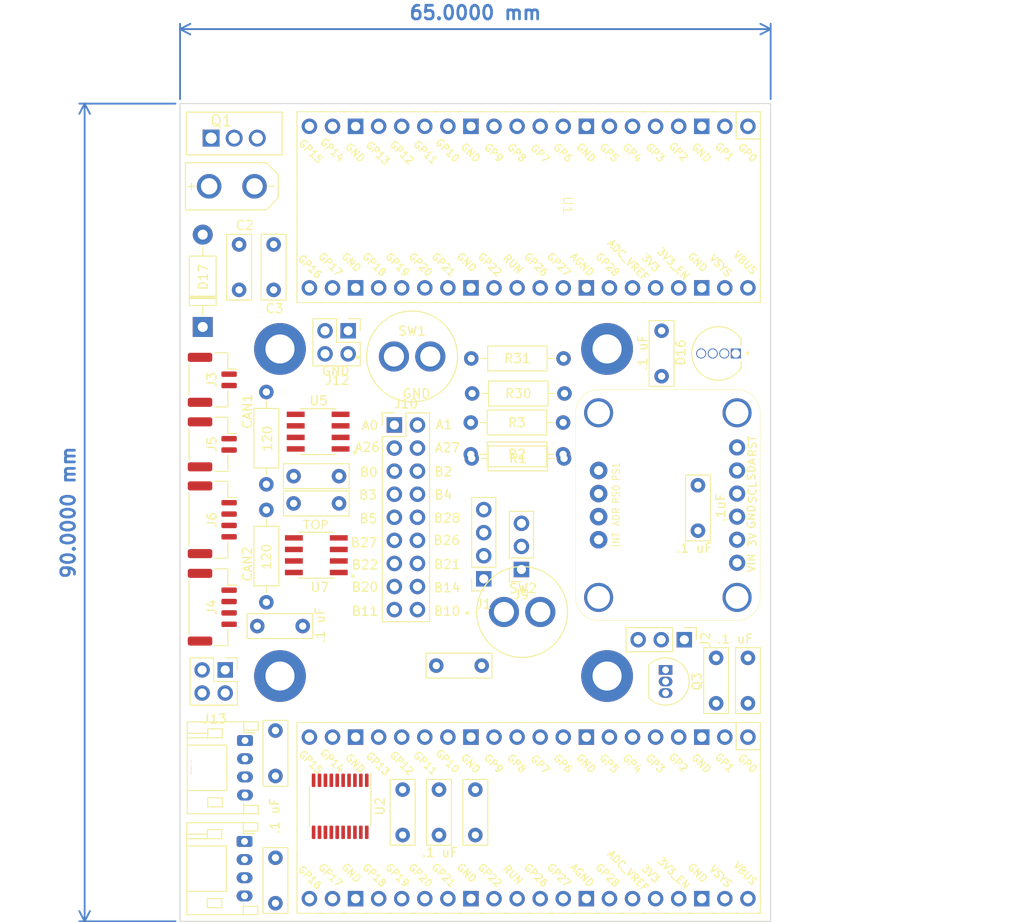
<source format=kicad_pcb>
(kicad_pcb (version 20221018) (generator pcbnew)
  (layers (0 "F.Cu" signal) (1 "In1.Cu" signal) (2 "In2.Cu" signal) (31 "B.Cu" signal) (34 "B.Paste" user) (35 "F.Paste" user) (36 "B.SilkS" user "B.Silkscreen") (37 "F.SilkS" user "F.Silkscreen") (38 "B.Mask" user) (39 "F.Mask" user) (44 "Edge.Cuts" user))
  (net 0 "")
  (net 1 "/GND")
  (net 2 "/5V")
  (net 3 "/3V3")
  (net 4 "Net-(Q1-IN)")
  (net 5 "Net-(J2-Pin_3)")
  (net 6 "Net-(J3-Pin_1)")
  (net 7 "Net-(J3-Pin_2)")
  (net 8 "Net-(J4-Pin_1)")
  (net 9 "Net-(J4-Pin_2)")
  (net 10 "Net-(Q3-B)")
  (net 11 "/CAN1_RX")
  (net 12 "/CAN1_TX")
  (net 13 "/CAN2_RX")
  (net 14 "/CAN2_TX")
  (net 15 "/A26")
  (net 16 "/A27")
  (net 19 "Net-(D17-A)")
  (net 20 "/B14")
  (net 21 "/B26")
  (net 22 "/B27")
  (net 23 "/B28")
  (net 29 "Net-(D16-Pad4)")
  (net 30 "Net-(D16-Pad3)")
  (net 31 "Net-(D16-Pad1)")
  (net 55 "Net-(J1-Pin_3)")
  (net 56 "Net-(J1-Pin_4)")
  (net 57 "Net-(J1-Pin_2)")
  (net 59 "/A0")
  (net 60 "/LEDG")
  (net 61 "/LEDB")
  (net 62 "/LEDR")
  (net 63 "/INT")
  (net 64 "/ADR")
  (net 65 "/PS0")
  (net 66 "/PS1")
  (net 67 "/JETSON_rx")
  (net 68 "/JETSON_tx")
  (net 69 "/IMU_SDA")
  (net 70 "/IMU_SCL")
  (net 71 "/SERVO")
  (net 72 "/IMU_RST")
  (net 73 "Net-(U1-RUN)")
  (net 74 "Net-(U6-RUN)")
  (net 75 "/QUADA1")
  (net 76 "/QUADB1")
  (net 77 "/QUADA2")
  (net 78 "/QUADB2")
  (net 79 "/A1")
  (net 80 "/B0")
  (net 81 "/B2")
  (net 82 "/B3")
  (net 83 "/B4")
  (net 84 "/B5")
  (net 85 "/B22")
  (net 86 "/B21")
  (net 87 "/B20")
  (net 88 "/B11")
  (net 89 "/B10")
  (net 90 "/DR16_TX")
  (net 91 "/P2P_1")
  (net 92 "/P2P_2")
  (footprint "Connector_JST:JST_PH_S4B-PH-K_1x04_P2.00mm_Horizontal" (layer "F.Cu") (at 155.1 136.2 -90)
    (fp_text reference "J7" hide)
    (fp_text value "Conn_01x04")
    (pad "1" thru_hole roundrect (at 0 0 270) (size 1.2 1.75) (drill 0.75) (layers "*.Cu" "*.Mask") (roundrect_rratio 0.2083333333) (net 76 "/QUADB1"))
    (pad "2" thru_hole oval (at 2 0 270) (size 1.2 1.75) (drill 0.75) (layers "*.Cu" "*.Mask") (net 75 "/QUADA1"))
    (pad "3" thru_hole oval (at 4 0 270) (size 1.2 1.75) (drill 0.75) (layers "*.Cu" "*.Mask") (net 3 "/3V3"))
    (pad "4" thru_hole oval (at 6 0 270) (size 1.2 1.75) (drill 0.75) (layers "*.Cu" "*.Mask") (net 1 "/GND"))
  )
  (footprint "Connector_PinSocket_2.54mm:PinSocket_2x02_P2.54mm_Vertical" (layer "F.Cu") (at 152.97 117.33)
    (fp_text reference "J13" (at -1.15 5.4) (layer "F.SilkS"))
    (fp_text value "Conn_02x02_Counter_Clockwise")
    (pad "1" thru_hole rect (at 0 0) (size 1.7 1.7) (drill 1) (layers "*.Cu" "*.Mask") (net 2 "/5V"))
    (pad "2" thru_hole oval (at -2.54 0) (size 1.7 1.7) (drill 1) (layers "*.Cu" "*.Mask") (net 2 "/5V"))
    (pad "3" thru_hole oval (at 0 2.54) (size 1.7 1.7) (drill 1) (layers "*.Cu" "*.Mask") (net 2 "/5V"))
    (pad "4" thru_hole oval (at -2.54 2.54) (size 1.7 1.7) (drill 1) (layers "*.Cu" "*.Mask") (net 2 "/5V"))
  )
  (footprint "Capacitor_THT:C_Disc_D7.0mm_W2.5mm_P5.00mm" (layer "F.Cu") (at 160.5 99)
    (fp_text reference "CAN2" hide)
    (fp_text value ".1uF")
    (pad "1" thru_hole circle (at 0 0) (size 1.6 1.6) (drill 0.8) (layers "*.Cu" "*.Mask") (net 3 "/3V3"))
    (pad "2" thru_hole circle (at 5 0) (size 1.6 1.6) (drill 0.8) (layers "*.Cu" "*.Mask") (net 1 "/GND"))
  )
  (footprint "Capacitor_THT:C_Disc_D7.0mm_W2.5mm_P5.00mm" (layer "F.Cu") (at 176.5 135.5 90)
    (fp_text reference "JETSON1V8" hide)
    (fp_text value ".1uF")
    (pad "1" thru_hole circle (at 0 0 90) (size 1.6 1.6) (drill 0.8) (layers "*.Cu" "*.Mask") (net 1 "/GND"))
    (pad "2" thru_hole circle (at 5 0 90) (size 1.6 1.6) (drill 0.8) (layers "*.Cu" "*.Mask") (net 56 "Net-(J1-Pin_4)"))
  )
  (footprint "BNO055:BNO055" (layer "F.Cu") (at 211.8475 111.8875 90)
    (fp_text reference "IMU" hide)
    (fp_text value "BNO055" hide)
    (fp_text user "ADR" (at 11.387501 -15.8475 90 unlocked) (layer "F.SilkS") (effects (font (size 0.8 0.715264) (thickness 0.097536))))
    (fp_text user "GND" (at 11.417 -0.958 90 unlocked) (layer "F.SilkS") (effects (font (size 0.87376 0.87376) (thickness 0.14224))))
    (fp_text user "VIN" (at 6.337 -0.958 90 unlocked) (layer "F.SilkS") (effects (font (size 0.87376 0.87376) (thickness 0.14224))))
    (fp_text user "SCL" (at 14.084 -0.8475 90 unlocked) (layer "F.SilkS") (effects (font (size 0.87376 0.87376) (thickness 0.14224))))
    (fp_text user "PS0" (at 13.887501 -15.8475 90 unlocked) (layer "F.SilkS") (effects (font (size 0.8 0.715264) (thickness 0.097536))))
    (fp_text user "SDA" (at 16.624 -0.958 90 unlocked) (layer "F.SilkS") (effects (font (size 0.87376 0.87376) (thickness 0.14224))))
    (fp_text user "3V" (at 8.877 -0.8475 90 unlocked) (layer "F.SilkS") (effects (font (size 0.87376 0.87376) (thickness 0.14224))))
    (fp_text user "RST" (at 19.164 -0.8475 90 unlocked) (layer "F.SilkS") (effects (font (size 0.87376 0.87376) (thickness 0.14224))))
    (fp_text user "PS1" (at 16.387501 -15.8475 90 unlocked) (layer "F.SilkS") (effects (font (size 0.8 0.715264) (thickness 0.097536))))
    (fp_text user "INT" (at 8.887501 -15.8475 90 unlocked) (layer "F.SilkS") (effects (font (size 0.8 0.715264) (thickness 0.097536))))
    (pad "1" thru_hole circle (at 6.350001 -2.54 180) (size 1.778 1.778) (drill 1) (layers "*.Cu" "*.Mask") (net 3 "/3V3"))
    (pad "1" thru_hole circle (at 8.890001 -17.779999 180) (size 1.9304 1.9304) (drill 1) (layers "*.Cu" "*.Mask") (net 63 "/INT"))
    (pad "2" thru_hole circle (at 8.890001 -2.539999 180) (size 1.778 1.778) (drill 1) (layers "*.Cu" "*.Mask"))
    (pad "2" thru_hole circle (at 11.430001 -17.779999 180) (size 1.9304 1.9304) (drill 1) (layers "*.Cu" "*.Mask") (net 64 "/ADR"))
    (pad "3" thru_hole circle (at 11.430001 -2.539999 180) (size 1.778 1.778) (drill 1) (layers "*.Cu" "*.Mask") (net 1 "/GND"))
    (pad "3" thru_hole circle (at 13.970001 -17.779999 180) (size 1.9304 1.9304) (drill 1) (layers "*.Cu" "*.Mask") (net 65 "/PS0"))
    (pad "4" thru_hole circle (at 13.970001 -2.539999 180) (size 1.778 1.778) (drill 1) (layers "*.Cu" "*.Mask") (net 70 "/IMU_SCL"))
    (pad "4" thru_hole circle (at 16.510001 -17.779999 180) (size 1.9304 1.9304) (drill 1) (layers "*.Cu" "*.Mask") (net 66 "/PS1"))
    (pad "5" thru_hole circle (at 16.510001 -2.539999 180) (size 1.778 1.778) (drill 1) (layers "*.Cu" "*.Mask") (net 69 "/IMU_SDA"))
    (pad "6" thru_hole circle (at 19.050001 -2.539999 180) (size 1.778 1.778) (drill 1) (layers "*.Cu" "*.Mask") (net 72 "/IMU_RST"))
    (pad "P$1" thru_hole circle (at 2.540001 -17.779999 90) (size 3.2 3.2) (drill 2.5) (layers "*.Cu" "*.Mask"))
    (pad "P$1" thru_hole circle (at 2.540001 -2.539999 90) (size 3.2 3.2) (drill 2.5) (layers "*.Cu" "*.Mask"))
    (pad "P$1" thru_hole circle (at 22.860001 -17.779999 90) (size 3.2 3.2) (drill 2.5) (layers "*.Cu" "*.Mask"))
    (pad "P$1" thru_hole circle (at 22.860001 -2.539999 90) (size 3.2 3.2) (drill 2.5) (layers "*.Cu" "*.Mask"))
  )
  (footprint "LM2940CT-5.0:TO254P1054X470X1955-3" (layer "F.Cu") (at 153.96 58.8)
    (fp_text reference "Q1" (at -1.41 -1.9) (layer "F.SilkS") (effects (font (size 1.2 1.2))))
    (fp_text value "LM2940CT-5.0_NOPB")
    (pad "1" thru_hole rect (at -2.54 0) (size 1.86 1.86) (drill 1.24) (layers "*.Cu" "*.Mask") (net 4 "Net-(Q1-IN)"))
    (pad "2" thru_hole circle (at 0 0) (size 1.86 1.86) (drill 1.24) (layers "*.Cu" "*.Mask") (net 1 "/GND"))
    (pad "3" thru_hole circle (at 2.54 0) (size 1.86 1.86) (drill 1.24) (layers "*.Cu" "*.Mask") (net 19 "Net-(D17-A)"))
  )
  (footprint "Diode_THT:D_DO-41_SOD81_P10.16mm_Horizontal" (layer "F.Cu") (at 150.5 79.58 90)
    (fp_text reference "D17" (at 5.5 0.05 90) (layer "F.SilkS"))
    (fp_text value "1N5817" hide)
    (pad "1" thru_hole rect (at 0 0 90) (size 2.2 2.2) (drill 1.1) (layers "*.Cu" "*.Mask") (net 2 "/5V"))
    (pad "2" thru_hole oval (at 10.16 0 90) (size 2.2 2.2) (drill 1.1) (layers "*.Cu" "*.Mask") (net 19 "Net-(D17-A)"))
  )
  (footprint "XT30UPB-M:XT30UPB-M" (layer "F.Cu") (at 153.7 64.1)
    (fp_text reference "U4" hide)
    (fp_text value "XT30UPB-M")
    (pad "P$1" thru_hole circle (at -2.5 0) (size 2.7 2.7) (drill 1.8) (layers "*.Cu" "*.Mask") (net 4 "Net-(Q1-IN)"))
    (pad "P$2" thru_hole circle (at 2.5 0) (size 2.7 2.7) (drill 1.8) (layers "*.Cu" "*.Mask") (net 1 "/GND"))
  )
  (footprint "PS1024ALRED:SW_PS1024ALRED" (layer "F.Cu") (at 185.65 110.95)
    (fp_text reference "SW2" (at 0.1 -2.6) (layer "F.SilkS"))
    (fp_text value "SW_Push")
    (pad "1" thru_hole circle (at -2 0) (size 3.32 3.32) (drill 2.21) (layers "*.Cu" "*.Mask") (net 74 "Net-(U6-RUN)"))
    (pad "2" thru_hole circle (at 2 0) (size 3.32 3.32) (drill 2.21) (layers "*.Cu" "*.Mask") (net 1 "/GND"))
  )
  (footprint "SN65HVD230DR:SOIC127P599X175-8N" (layer "F.Cu") (at 163 104.7 180)
    (fp_text reference "U7" (at -0.385 -3.537) (layer "F.SilkS"))
    (fp_text value "SN65HVD230DR")
    (pad "1" smd roundrect (at -2.47 -1.905 180) (size 1.97 0.6) (layers "F.Cu" "F.Paste" "F.Mask") (roundrect_rratio 0.07) (net 14 "/CAN2_TX"))
    (pad "2" smd roundrect (at -2.47 -0.635 180) (size 1.97 0.6) (layers "F.Cu" "F.Paste" "F.Mask") (roundrect_rratio 0.07) (net 1 "/GND"))
    (pad "3" smd roundrect (at -2.47 0.635 180) (size 1.97 0.6) (layers "F.Cu" "F.Paste" "F.Mask") (roundrect_rratio 0.07) (net 3 "/3V3"))
    (pad "4" smd roundrect (at -2.47 1.905 180) (size 1.97 0.6) (layers "F.Cu" "F.Paste" "F.Mask") (roundrect_rratio 0.07) (net 13 "/CAN2_RX"))
    (pad "5" smd roundrect (at 2.47 1.905 180) (size 1.97 0.6) (layers "F.Cu" "F.Paste" "F.Mask") (roundrect_rratio 0.07))
    (pad "6" smd roundrect (at 2.47 0.635 180) (size 1.97 0.6) (layers "F.Cu" "F.Paste" "F.Mask") (roundrect_rratio 0.07) (net 8 "Net-(J4-Pin_1)"))
    (pad "7" smd roundrect (at 2.47 -0.635 180) (size 1.97 0.6) (layers "F.Cu" "F.Paste" "F.Mask") (roundrect_rratio 0.07) (net 9 "Net-(J4-Pin_2)"))
    (pad "8" smd roundrect (at 2.47 -1.905 180) (size 1.97 0.6) (layers "F.Cu" "F.Paste" "F.Mask") (roundrect_rratio 0.07) (net 1 "/GND"))
  )
  (footprint "Capacitor_THT:C_Disc_D7.0mm_W2.5mm_P5.00mm" (layer "F.Cu") (at 160.5 96)
    (fp_text reference "CAN1" hide)
    (fp_text value ".1uF")
    (pad "1" thru_hole circle (at 0 0) (size 1.6 1.6) (drill 0.8) (layers "*.Cu" "*.Mask") (net 3 "/3V3"))
    (pad "2" thru_hole circle (at 5 0) (size 1.6 1.6) (drill 0.8) (layers "*.Cu" "*.Mask") (net 1 "/GND"))
  )
  (footprint "MountingHole:MountingHole_3.2mm_M3_ISO7380_Pad" (layer "F.Cu") (at 159 118)
    (fp_text reference "REF**" hide)
    (fp_text value "MountingHole_3.2mm_M3_ISO7380_Pad")
    (pad "1" thru_hole circle locked (at 0 0) (size 5.7 5.7) (drill 3.2) (layers "*.Cu" "*.Mask"))
  )
  (footprint "Resistor_THT:R_Axial_DIN0207_L6.3mm_D2.5mm_P10.16mm_Horizontal" (layer "F.Cu") (at 157.5 109.88 90)
    (fp_text reference "R33" hide)
    (fp_text value "120")
    (pad "1" thru_hole circle (at 0 0 90) (size 1.6 1.6) (drill 0.8) (layers "*.Cu" "*.Mask") (net 9 "Net-(J4-Pin_2)"))
    (pad "2" thru_hole oval (at 10.16 0 90) (size 1.6 1.6) (drill 0.8) (layers "*.Cu" "*.Mask") (net 8 "Net-(J4-Pin_1)"))
  )
  (footprint "Connector_PinSocket_2.54mm:PinSocket_1x04_P2.54mm_Vertical" (layer "F.Cu") (at 181.425 107.3 180)
    (fp_text reference "J1" (at 0 -2.77) (layer "F.SilkS"))
    (fp_text value "Conn_01x04")
    (pad "1" thru_hole rect (at 0 0 180) (size 1.7 1.7) (drill 1) (layers "*.Cu" "*.Mask") (net 1 "/GND"))
    (pad "2" thru_hole oval (at 0 2.54 180) (size 1.7 1.7) (drill 1) (layers "*.Cu" "*.Mask") (net 57 "Net-(J1-Pin_2)"))
    (pad "3" thru_hole oval (at 0 5.08 180) (size 1.7 1.7) (drill 1) (layers "*.Cu" "*.Mask") (net 55 "Net-(J1-Pin_3)"))
    (pad "4" thru_hole oval (at 0 7.62 180) (size 1.7 1.7) (drill 1) (layers "*.Cu" "*.Mask") (net 56 "Net-(J1-Pin_4)"))
  )
  (footprint "Capacitor_THT:C_Disc_D7.0mm_W2.5mm_P5.00mm" (layer "F.Cu") (at 205 102 90)
    (fp_text reference "IMUC13")
    (fp_text value ".1uF" (at 2.5 2.5 90) (layer "F.SilkS"))
    (pad "1" thru_hole circle (at 0 0 90) (size 1.6 1.6) (drill 0.8) (layers "*.Cu" "*.Mask") (net 3 "/3V3"))
    (pad "2" thru_hole circle (at 5 0 90) (size 1.6 1.6) (drill 0.8) (layers "*.Cu" "*.Mask") (net 1 "/GND"))
  )
  (footprint "appended_pico:Updated_Pico" (layer "F.Cu") (at 190.18 133.41 -90)
    (fp_text reference "U6" hide)
    (fp_text value "Pico B")
    (fp_text user "GP5" (at -5.79 -5.04 135) (layer "F.SilkS") (effects (font (size 0.8 0.8))))
    (fp_text user "GP22" (at 6.514 8.09 135) (layer "F.SilkS") (effects (font (size 0.8 0.8))))
    (fp_text user "GP3" (at -5.79 -10.12 135) (layer "F.SilkS") (effects (font (size 0.8 0.8))))
    (fp_text user "3V3_EN" (at 6.31 -12.15 135) (layer "F.SilkS") (effects (font (size 0.8 0.8))))
    (fp_text user "GND" (at -5.79 -2.5 135) (layer "F.SilkS") (effects (font (size 0.8 0.8))))
    (fp_text user "GP4" (at -5.79 -7.58 135) (layer "F.SilkS") (effects (font (size 0.8 0.8))))
    (fp_text user "GP17" (at 6.514 25.63 135) (layer "F.SilkS") (effects (font (size 0.8 0.8))))
    (fp_text user "GND" (at 6.26 -14.77 135) (layer "F.SilkS") (effects (font (size 0.8 0.8))))
    (fp_text user "GP10" (at -6.044 12.74 135) (layer "F.SilkS") (effects (font (size 0.8 0.8))))
    (fp_text user "3V3" (at 6.36 -9.62 135) (layer "F.SilkS") (effects (font (size 0.8 0.8))))
    (fp_text user "GP16" (at 6.76 27.9 135) (layer "F.SilkS") (effects (font (size 0.8 0.8))))
    (fp_text user "VSYS" (at 6.66 -17.31 135) (layer "F.SilkS") (effects (font (size 0.8 0.8))))
    (fp_text user "GP28" (at 6.514 -4.864 135) (layer "F.SilkS") (effects (font (size 0.8 0.8))))
    (fp_text user "GP15" (at -5.94 27.8 135) (layer "F.SilkS") (effects (font (size 0.8 0.8))))
    (fp_text user "GND" (at -5.79 22.9 135) (layer "F.SilkS") (effects (font (size 0.8 0.8))))
    (fp_text user "ADC_VREF" (at 6.02 -7.11 135) (layer "F.SilkS") (effects (font (size 0.8 0.8))))
    (fp_text user "GP14" (at -6.09 25.44 135) (layer "F.SilkS") (effects (font (size 0.8 0.8))))
    (fp_text user "GP8" (at -5.79 5.12 135) (layer "F.SilkS") (effects (font (size 0.8 0.8))))
    (fp_text user "RUN" (at 6.46 5.55 135) (layer "F.SilkS") (effects (font (size 0.8 0.8))))
    (fp_text user "GP26" (at 6.514 3.01 135) (layer "F.SilkS") (effects (font (size 0.8 0.8))))
    (fp_text user "GP20" (at 6.514 15.71 135) (layer "F.SilkS") (effects (font (size 0.8 0.8))))
    (fp_text user "GP2" (at -5.89 -12.66 135) (layer "F.SilkS") (effects (font (size 0.8 0.8))))
    (fp_text user "GP9" (at -5.79 7.66 135) (layer "F.SilkS") (effects (font (size 0.8 0.8))))
    (fp_text user "GP0" (at -5.79 -20.28 135) (layer "F.SilkS") (effects (font (size 0.8 0.8))))
    (fp_text user "GP6" (at -5.79 0.04 135) (layer "F.SilkS") (effects (font (size 0.8 0.8))))
    (fp_text user "GP7" (at -5.69 2.55 135) (layer "F.SilkS") (effects (font (size 0.8 0.8))))
    (fp_text user "GP21" (at 6.514 13.18 135) (layer "F.SilkS") (effects (font (size 0.8 0.8))))
    (fp_text user "GP1" (at -5.89 -17.75 135) (layer "F.SilkS") (effects (font (size 0.8 0.8))))
    (fp_text user "AGND" (at 6.514 -2.07 135) (layer "F.SilkS") (effects (font (size 0.8 0.8))))
    (fp_text user "GND" (at 6.26 10.63 135) (layer "F.SilkS") (effects (font (size 0.8 0.8))))
    (fp_text user "GND" (at -5.79 -15.2 135) (layer "F.SilkS") (effects (font (size 0.8 0.8))))
    (fp_text user "GP19" (at 6.514 18.25 135) (layer "F.SilkS") (effects (font (size 0.8 0.8))))
    (fp_text user "GP27" (at 6.514 0.48 135) (layer "F.SilkS") (effects (font (size 0.8 0.8))))
    (fp_text user "GND" (at -5.79 10.2 135) (layer "F.SilkS") (effects (font (size 0.8 0.8))))
    (fp_text user "GP11" (at -5.82 15.17 135) (layer "F.SilkS") (effects (font (size 0.8 0.8))))
    (fp_text user "GP12" (at -5.82 17.79 135) (layer "F.SilkS") (effects (font (size 0.8 0.8))))
    (fp_text user "VBUS" (at 6.33 -20.02 135) (layer "F.SilkS") (effects (font (size 0.8 0.8))))
    (fp_text user "GP18" (at 6.514 20.79 135) (layer "F.SilkS") (effects (font (size 0.8 0.8))))
    (fp_text user "GP13" (at -5.74 20.41 135) (layer "F.SilkS") (effects (font (size 0.8 0.8))))
    (fp_text user "GND" (at 6.26 23.33 135) (layer "F.SilkS") (effects (font (size 0.8 0.8))))
    (pad "1" thru_hole oval (at -8.69 -20.32 270) (size 1.7 1.7) (drill 1.02) (layers "*.Cu" "*.Mask") (net 80 "/B0"))
    (pad "2" thru_hole oval (at -8.69 -17.78 270) (size 1.7 1.7) (drill 1.02) (layers "*.Cu" "*.Mask") (net 90 "/DR16_TX"))
    (pad "3" thru_hole rect (at -8.69 -15.24 270) (size 1.7 1.7) (drill 1.02) (layers "*.Cu" "*.Mask") (net 1 "/GND"))
    (pad "4" thru_hole oval (at -8.69 -12.7 270) (size 1.7 1.7) (drill 1.02) (layers "*.Cu" "*.Mask") (net 81 "/B2"))
    (pad "5" thru_hole oval (at -8.69 -10.16 270) (size 1.7 1.7) (drill 1.02) (layers "*.Cu" "*.Mask") (net 82 "/B3"))
    (pad "6" thru_hole oval (at -8.69 -7.62 270) (size 1.7 1.7) (drill 1.02) (layers "*.Cu" "*.Mask") (net 83 "/B4"))
    (pad "7" thru_hole oval (at -8.69 -5.08 270) (size 1.7 1.7) (drill 1.02) (layers "*.Cu" "*.Mask") (net 84 "/B5"))
    (pad "8" thru_hole rect (at -8.69 -2.54 270) (size 1.7 1.7) (drill 1.02) (layers "*.Cu" "*.Mask") (net 1 "/GND"))
    (pad "9" thru_hole oval (at -8.69 0 270) (size 1.7 1.7) (drill 1.02) (layers "*.Cu" "*.Mask") (net 11 "/CAN1_RX"))
    (pad "10" thru_hole oval (at -8.69 2.54 270) (size 1.7 1.7) (drill 1.02) (layers "*.Cu" "*.Mask") (net 12 "/CAN1_TX"))
    (pad "11" thru_hole oval (at -8.69 5.08 270) (size 1.7 1.7) (drill 1.02) (layers "*.Cu" "*.Mask") (net 13 "/CAN2_RX"))
    (pad "12" thru_hole oval (at -8.69 7.62 270) (size 1.7 1.7) (drill 1.02) (layers "*.Cu" "*.Mask") (net 14 "/CAN2_TX"))
    (pad "13" thru_hole rect (at -8.69 10.16 270) (size 1.7 1.7) (drill 1.02) (layers "*.Cu" "*.Mask") (net 1 "/GND"))
    (pad "14" thru_hole oval (at -8.69 12.7 270) (size 1.7 1.7) (drill 1.02) (layers "*.Cu" "*.Mask") (net 89 "/B10"))
    (pad "15" thru_hole oval (at -8.69 15.24 270) (size 1.7 1.7) (drill 1.02) (layers "*.Cu" "*.Mask") (net 88 "/B11"))
    (pad "16" thru_hole oval (at -8.69 17.78 270) (size 1.7 1.7) (drill 1.02) (layers "*.Cu" "*.Mask") (net 92 "/P2P_2"))
    (pad "17" thru_hole oval (at -8.69 20.32 270) (size 1.7 1.7) (drill 1.02) (layers "*.Cu" "*.Mask") (net 91 "/P2P_1"))
    (pad "18" thru_hole rect (at -8.69 22.86 270) (size 1.7 1.7) (drill 1.02) (layers "*.Cu" "*.Mask") (net 1 "/GND"))
    (pad "19" thru_hole oval (at -8.69 25.4 270) (size 1.7 1.7) (drill 1.02) (layers "*.Cu" "*.Mask") (net 20 "/B14"))
    (pad "20" thru_hole oval (at -8.69 27.94 270) (size 1.7 1.7) (drill 1.02) (layers "*.Cu" "*.Mask"))
    (pad "21" thru_hole oval (at 9.09 27.94 270) (size 1.7 1.7) (drill 1.02) (layers "*.Cu" "*.Mask"))
    (pad "22" thru_hole oval (at 9.09 25.4 270) (size 1.7 1.7) (drill 1.02) (layers "*.Cu" "*.Mask"))
    (pad "23" thru_hole rect (at 9.09 22.86 270) (size 1.7 1.7) (drill 1.02) (layers "*.Cu" "*.Mask") (net 1 "/GND"))
    (pad "24" thru_hole oval (at 9.09 20.32 270) (size 1.7 1.7) (drill 1.02) (layers "*.Cu" "*.Mask"))
    (pad "25" thru_hole oval (at 9.09 17.78 270) (size 1.7 1.7) (drill 1.02) (layers "*.Cu" "*.Mask"))
    (pad "26" thru_hole oval (at 9.09 15.24 270) (size 1.7 1.7) (drill 1.02) (layers "*.Cu" "*.Mask") (net 87 "/B20"))
    (pad "27" thru_hole oval (at 9.09 12.7 270) (size 1.7 1.7) (drill 1.02) (layers "*.Cu" "*.Mask") (net 86 "/B21"))
    (pad "28" thru_hole rect (at 9.09 10.16 270) (size 1.7 1.7) (drill 1.02) (layers "*.Cu" "*.Mask") (net 1 "/GND"))
    (pad "29" thru_hole oval (at 9.09 7.62 270) (size 1.7 1.7) (drill 1.02) (layers "*.Cu" "*.Mask") (net 85 "/B22"))
    (pad "30" thru_hole oval (at 9.09 5.08 270) (size 1.7 1.7) (drill 1.02) (layers "*.Cu" "*.Mask") (net 74 "Net-(U6-RUN)"))
    (pad "31" thru_hole oval (at 9.09 2.54 270) (size 1.7 1.7) (drill 1.02) (layers "*.Cu" "*.Mask") (net 21 "/B26"))
    (pad "32" thru_hole oval (at 9.09 0 270) (size 1.7 1.7) (drill 1.02) (layers "*.Cu" "*.Mask") (net 22 "/B27"))
    (pad "33" thru_hole rect (at 9.09 -2.54 270) (size 1.7 1.7) (drill 1.02) (layers "*.Cu" "*.Mask") (net 1 "/GND"))
    (pad "34" thru_hole oval (at 9.09 -5.08 270) (size 1.7 1.7) (drill 1.02) (layers "*.Cu" "*.Mask") (net 23 "/B28"))
    (pad "35" thru_hole oval (at 9.09 -7.62 270) (size 1.7 1.7) (drill 1.02) (layers "*.Cu" "*.Mask"))
    (pad "36" thru_hole oval (at 9.09 -10.16 270) (size 1.7 1.7) (drill 1.02) (layers "*.Cu" "*.Mask") (net 3 "/3V3"))
    (pad "37" thru_hole oval (at 9.09 -12.7 270) (size 1.7 1.7) (drill 1.02) (layers "*.Cu" "*.Mask"))
    (pad "38" thru_hole rect (at 9.09 -15.24 270) (size 1.7 1.7) (drill 1.02) (layers "*.Cu" "*.Mask") (net 1 "/GND"))
    (pad "39" thru_hole oval (at 9.09 -17.78 270) (size 1.7 1.7) (drill 1.02) (layers "*.Cu" "*.Mask") (net 2 "/5V"))
    (pad "40" thru_hole oval (at 9.09 -20.32 270) (size 1.7 1.7) (drill 1.02) (layers "*.Cu" "*.Mask"))
  )
  (footprint "Capacitor_THT:C_Disc_D7.0mm_W2.5mm_P5.00mm" (layer "F.Cu") (at 158.3 75.5 90)
    (fp_text reference "C3" (at -2.05 0.1 180) (layer "F.SilkS"))
    (fp_text value "22uF")
    (pad "1" thru_hole circle (at 0 0 90) (size 1.6 1.6) (drill 0.8) (layers "*.Cu" "*.Mask") (net 19 "Net-(D17-A)"))
    (pad "2" thru_hole circle (at 5 0 90) (size 1.6 1.6) (drill 0.8) (layers "*.Cu" "*.Mask") (net 1 "/GND"))
  )
  (footprint "appended_pico:Updated_Pico" (layer "F.Cu") (at 190.18 66.19 -90)
    (fp_text reference "U1" (at 0 -0.5 -90 unlocked) (layer "F.SilkS") (effects (font (thickness 0.1))))
    (fp_text value "Pico A")
    (fp_text user "GP5" (at -5.79 -5.04 135) (layer "F.SilkS") (effects (font (size 0.8 0.8))))
    (fp_text user "GP8" (at -5.79 5.12 135) (layer "F.SilkS") (effects (font (size 0.8 0.8))))
    (fp_text user "GP16" (at 6.76 27.9 135) (layer "F.SilkS") (effects (font (size 0.8 0.8))))
    (fp_text user "GP18" (at 6.514 20.79 135) (layer "F.SilkS") (effects (font (size 0.8 0.8))))
    (fp_text user "GP20" (at 6.514 15.71 135) (layer "F.SilkS") (effects (font (size 0.8 0.8))))
    (fp_text user "GP2" (at -5.89 -12.66 135) (layer "F.SilkS") (effects (font (size 0.8 0.8))))
    (fp_text user "GND" (at 6.26 -14.77 135) (layer "F.SilkS") (effects (font (size 0.8 0.8))))
    (fp_text user "RUN" (at 6.46 5.55 135) (layer "F.SilkS") (effects (font (size 0.8 0.8))))
    (fp_text user "GP12" (at -5.82 17.79 135) (layer "F.SilkS") (effects (font (size 0.8 0.8))))
    (fp_text user "GND" (at 6.26 23.33 135) (layer "F.SilkS") (effects (font (size 0.8 0.8))))
    (fp_text user "VSYS" (at 6.66 -17.31 135) (layer "F.SilkS") (effects (font (size 0.8 0.8))))
    (fp_text user "GND" (at 6.26 10.63 135) (layer "F.SilkS") (effects (font (size 0.8 0.8))))
    (fp_text user "GP27" (at 6.514 0.48 135) (layer "F.SilkS") (effects (font (size 0.8 0.8))))
    (fp_text user "3V3" (at 6.36 -9.62 135) (layer "F.SilkS") (effects (font (size 0.8 0.8))))
    (fp_text user "GP9" (at -5.79 7.66 135) (layer "F.SilkS") (effects (font (size 0.8 0.8))))
    (fp_text user "ADC_VREF" (at 6.02 -7.11 135) (layer "F.SilkS") (effects (font (size 0.8 0.8))))
    (fp_text user "GP14" (at -6.09 25.44 135) (layer "F.SilkS") (effects (font (size 0.8 0.8))))
    (fp_text user "GP26" (at 6.514 3.01 135) (layer "F.SilkS") (effects (font (size 0.8 0.8))))
    (fp_text user "GP7" (at -5.69 2.55 135) (layer "F.SilkS") (effects (font (size 0.8 0.8))))
    (fp_text user "GP28" (at 6.514 -4.864 135) (layer "F.SilkS") (effects (font (size 0.8 0.8))))
    (fp_text user "GND" (at -5.79 22.9 135) (layer "F.SilkS") (effects (font (size 0.8 0.8))))
    (fp_text user "VBUS" (at 6.33 -20.02 135) (layer "F.SilkS") (effects (font (size 0.8 0.8))))
    (fp_text user "GP13" (at -5.74 20.41 135) (layer "F.SilkS") (effects (font (size 0.8 0.8))))
    (fp_text user "GP15" (at -5.94 27.8 135) (layer "F.SilkS") (effects (font (size 0.8 0.8))))
    (fp_text user "GP17" (at 6.514 25.63 135) (layer "F.SilkS") (effects (font (size 0.8 0.8))))
    (fp_text user "GP0" (at -5.79 -20.28 135) (layer "F.SilkS") (effects (font (size 0.8 0.8))))
    (fp_text user "GP21" (at 6.514 13.18 135) (layer "F.SilkS") (effects (font (size 0.8 0.8))))
    (fp_text user "GP3" (at -5.79 -10.12 135) (layer "F.SilkS") (effects (font (size 0.8 0.8))))
    (fp_text user "GND" (at -5.79 10.2 135) (layer "F.SilkS") (effects (font (size 0.8 0.8))))
    (fp_text user "GND" (at -5.79 -2.5 135) (layer "F.SilkS") (effects (font (size 0.8 0.8))))
    (fp_text user "3V3_EN" (at 6.44 -12.09 135) (layer "F.SilkS") (effects (font (size 0.8 0.8))))
    (fp_text user "GP1" (at -5.89 -17.75 135) (layer "F.SilkS") (effects (font (size 0.8 0.8))))
    (fp_text user "GP6" (at -5.79 0.04 135) (layer "F.SilkS") (effects (font (size 0.8 0.8))))
    (fp_text user "GP19" (at 6.514 18.25 135) (layer "F.SilkS") (effects (font (size 0.8 0.8))))
    (fp_text user "GP22" (at 6.514 8.09 135) (layer "F.SilkS") (effects (font (size 0.8 0.8))))
    (fp_text user "GP11" (at -5.82 15.17 135) (layer "F.SilkS") (effects (font (size 0.8 0.8))))
    (fp_text user "GND" (at -5.79 -15.2 135) (layer "F.SilkS") (effects (font (size 0.8 0.8))))
    (fp_text user "AGND" (at 6.514 -2.07 135) (layer "F.SilkS") (effects (font (size 0.8 0.8))))
    (fp_text user "GP4" (at -5.79 -7.58 135) (layer "F.SilkS") (effects (font (size 0.8 0.8))))
    (fp_text user "GP10" (at -6.044 12.74 135) (layer "F.SilkS") (effects (font (size 0.8 0.8))))
    (pad "1" thru_hole oval (at -8.69 -20.32 270) (size 1.7 1.7) (drill 1.02) (layers "*.Cu" "*.Mask") (net 59 "/A0"))
    (pad "2" thru_hole oval (at -8.69 -17.78 270) (size 1.7 1.7) (drill 1.02) (layers "*.Cu" "*.Mask") (net 79 "/A1"))
    (pad "3" thru_hole rect (at -8.69 -15.24 270) (size 1.7 1.7) (drill 1.02) (layers "*.Cu" "*.Mask") (net 1 "/GND"))
    (pad "4" thru_hole oval (at -8.69 -12.7 270) (size 1.7 1.7) (drill 1.02) (layers "*.Cu" "*.Mask") (net 69 "/IMU_SDA"))
    (pad "5" thru_hole oval (at -8.69 -10.16 270) (size 1.7 1.7) (drill 1.02) (layers "*.Cu" "*.Mask") (net 70 "/IMU_SCL"))
    (pad "6" thru_hole oval (at -8.69 -7.62 270) (size 1.7 1.7) (drill 1.02) (layers "*.Cu" "*.Mask") (net 67 "/JETSON_rx"))
    (pad "7" thru_hole oval (at -8.69 -5.08 270) (size 1.7 1.7) (drill 1.02) (layers "*.Cu" "*.Mask") (net 68 "/JETSON_tx"))
    (pad "8" thru_hole rect (at -8.69 -2.54 270) (size 1.7 1.7) (drill 1.02) (layers "*.Cu" "*.Mask") (net 1 "/GND"))
    (pad "9" thru_hole oval (at -8.69 0 270) (size 1.7 1.7) (drill 1.02) (layers "*.Cu" "*.Mask") (net 11 "/CAN1_RX"))
    (pad "10" thru_hole oval (at -8.69 2.54 270) (size 1.7 1.7) (drill 1.02) (layers "*.Cu" "*.Mask") (net 12 "/CAN1_TX"))
    (pad "11" thru_hole oval (at -8.69 5.08 270) (size 1.7 1.7) (drill 1.02) (layers "*.Cu" "*.Mask") (net 75 "/QUADA1"))
    (pad "12" thru_hole oval (at -8.69 7.62 270) (size 1.7 1.7) (drill 1.02) (layers "*.Cu" "*.Mask") (net 76 "/QUADB1"))
    (pad "13" thru_hole rect (at -8.69 10.16 270) (size 1.7 1.7) (drill 1.02) (layers "*.Cu" "*.Mask") (net 1 "/GND"))
    (pad "14" thru_hole oval (at -8.69 12.7 270) (size 1.7 1.7) (drill 1.02) (layers "*.Cu" "*.Mask") (net 77 "/QUADA2"))
    (pad "15" thru_hole oval (at -8.69 15.24 270) (size 1.7 1.7) (drill 1.02) (layers "*.Cu" "*.Mask") (net 78 "/QUADB2"))
    (pad "16" thru_hole oval (at -8.69 17.78 270) (size 1.7 1.7) (drill 1.02) (layers "*.Cu" "*.Mask") (net 91 "/P2P_1"))
    (pad "17" thru_hole oval (at -8.69 20.32 270) (size 1.7 1.7) (drill 1.02) (layers "*.Cu" "*.Mask") (net 92 "/P2P_2"))
    (pad "18" thru_hole rect (at -8.69 22.86 270) (size 1.7 1.7) (drill 1.02) (layers "*.Cu" "*.Mask") (net 1 "/GND"))
    (pad "19" thru_hole oval (at -8.69 25.4 270) (size 1.7 1.7) (drill 1.02) (layers "*.Cu" "*.Mask") (net 71 "/SERVO"))
    (pad "20" thru_hole oval (at -8.69 27.94 270) (size 1.7 1.7) (drill 1.02) (layers "*.Cu" "*.Mask"))
    (pad "21" thru_hole oval (at 9.09 27.94 270) (size 1.7 1.7) (drill 1.02) (layers "*.Cu" "*.Mask"))
    (pad "22" thru_hole oval (at 9.09 25.4 270) (size 1.7 1.7) (drill 1.02) (layers "*.Cu" "*.Mask"))
    (pad "23" thru_hole rect (at 9.09 22.86 270) (size 1.7 1.7) (drill 1.02) (layers "*.Cu" "*.Mask") (net 1 "/GND"))
    (pad "24" thru_hole oval (at 9.09 20.32 270) (size 1.7 1.7) (drill 1.02) (layers "*.Cu" "*.Mask"))
    (pad "25" thru_hole oval (at 9.09 17.78 270) (size 1.7 1.7) (drill 1.02) (layers "*.Cu" "*.Mask"))
    (pad "26" thru_hole oval (at 9.09 15.24 270) (size 1.7 1.7) (drill 1.02) (layers "*.Cu" "*.Mask") (net 62 "/LEDR"))
    (pad "27" thru_hole oval (at 9.09 12.7 270) (size 1.7 1.7) (drill 1.02) (layers "*.Cu" "*.Mask") (net 60 "/LEDG"))
    (pad "28" thru_hole rect (at 9.09 10.16 270) (size 1.7 1.7) (drill 1.02) (layers "*.Cu" "*.Mask") (net 1 "/GND"))
    (pad "29" thru_hole oval (at 9.09 7.62 270) (size 1.7 1.7) (drill 1.02) (layers "*.Cu" "*.Mask") (net 61 "/LEDB"))
    (pad "30" thru_hole oval (at 9.09 5.08 270) (size 1.7 1.7) (drill 1.02) (layers "*.Cu" "*.Mask") (net 73 "Net-(U1-RUN)"))
    (pad "31" thru_hole oval (at 9.09 2.54 270) (size 1.7 1.7) (drill 1.02) (layers "*.Cu" "*.Mask") (net 15 "/A26"))
    (pad "32" thru_hole oval (at 9.09 0 270) (size 1.7 1.7) (drill 1.02) (layers "*.Cu" "*.Mask") (net 16 "/A27"))
    (pad "33" thru_hole rect (at 9.09 -2.54 270) (size 1.7 1.7) (drill 1.02) (layers "*.Cu" "*.Mask") (net 1 "/GND"))
    (pad "34" thru_hole oval (at 9.09 -5.08 270) (size 1.7 1.7) (drill 1.02) (layers "*.Cu" "*.Mask") (net 72 "/IMU_RST"))
    (pad "35" thru_hole oval (at 9.09 -7.62 270) (size 1.7 1.7) (drill 1.02) (layers "*.Cu" "*.Mask"))
    (pad "36" thru_hole oval (at 9.09 -10.16 270) (size 1.7 1.7) (drill 1.02) (layers "*.Cu" "*.Mask") (net 3 "/3V3"))
    (pad "37" thru_hole oval (at 9.09 -12.7 270) (size 1.7 1.7) (drill 1.02) (layers "*.Cu" "*.Mask"))
    (pad "38" thru_hole rect (at 9.09 -15.24 270) (size 1.7 1.7) (drill 1.02) (layers "*.Cu" "*.Mask") (net 1 "/GND"))
    (pad "39" thru_hole oval (at 9.09 -17.78 270) (size 1.7 1.7) (drill 1.02) (layers "*.Cu" "*.Mask") (net 2 "/5V"))
    (pad "40" thru_hole oval (at 9.09 -20.32 270) (size 1.7 1.7) (drill 1.02) (layers "*.Cu" "*.Mask"))
  )
  (footprint "Capacitor_THT:C_Disc_D7.0mm_W2.5mm_P5.00mm" (layer "F.Cu") (at 201 85 90)
    (fp_text reference "PICOU1" hide)
    (fp_text value ".1uF")
    (pad "1" thru_hole circle (at 0 0 90) (size 1.6 1.6) (drill 0.8) (layers "*.Cu" "*.Mask") (net 2 "/5V"))
    (pad "2" thru_hole circle (at 5 0 90) (size 1.6 1.6) (drill 0.8) (layers "*.Cu" "*.Mask") (net 1 "/GND"))
  )
  (footprint "WP154A4SUREQBFZGC:LED_WP154A4SUREQBFZGC" (layer "F.Cu") (at 207.265 82.5 180)
    (fp_text reference "D16" (at 4.165 0.1 270) (layer "F.SilkS"))
    (fp_text value "WP154A4SUREQBFZGC")
    (pad "1" thru_hole rect (at -1.905 0 180) (size 1.1 1.1) (drill 0.9) (layers "*.Cu" "*.Mask") (net 31 "Net-(D16-Pad1)"))
    (pad "2" thru_hole circle (at -0.635 0 180) (size 1.1 1.1) (drill 0.9) (layers "*.Cu" "*.Mask") (net 1 "/GND"))
    (pad "3" thru_hole circle (at 0.635 0 180) (size 1.1 1.1) (drill 0.9) (layers "*.Cu" "*.Mask") (net 30 "Net-(D16-Pad3)"))
    (pad "4" thru_hole circle (at 1.905 0 180) (size 1.1 1.1) (drill 0.9) (layers "*.Cu" "*.Mask") (net 29 "Net-(D16-Pad4)"))
  )
  (footprint "Package_SO:TSSOP-20_4.4x6.5mm_P0.65mm" (layer "F.Cu") (at 165.625 132.3375 -90)
    (fp_text reference "U2" (at 0 -4.375 90) (layer "F.SilkS"))
    (fp_text value "TXS0108EPW")
    (pad "1" smd roundrect (at -2.8625 -2.925 270) (size 1.475 0.4) (layers "F.Cu" "F.Paste" "F.Mask") (net 55 "Net-(J1-Pin_3)"))
    (pad "2" smd roundrect (at -2.8625 -2.275 270) (size 1.475 0.4) (layers "F.Cu" "F.Paste" "F.Mask") (net 56 "Net-(J1-Pin_4)"))
    (pad "3" smd roundrect (at -2.8625 -1.625 270) (size 1.475 0.4) (layers "F.Cu" "F.Paste" "F.Mask") (net 57 "Net-(J1-Pin_2)"))
    (pad "4" smd roundrect (at -2.8625 -0.975 270) (size 1.475 0.4) (layers "F.Cu" "F.Paste" "F.Mask"))
    (pad "5" smd roundrect (at -2.8625 -0.325 270) (size 1.475 0.4) (layers "F.Cu" "F.Paste" "F.Mask"))
    (pad "6" smd roundrect (at -2.8625 0.325 270) (size 1.475 0.4) (layers "F.Cu" "F.Paste" "F.Mask"))
    (pad "7" smd roundrect (at -2.8625 0.975 270) (size 1.475 0.4) (layers "F.Cu" "F.Paste" "F.Mask"))
    (pad "8" smd roundrect (at -2.8625 1.625 270) (size 1.475 0.4) (layers "F.Cu" "F.Paste" "F.Mask"))
    (pad "9" smd roundrect (at -2.8625 2.275 270) (size 1.475 0.4) (layers "F.Cu" "F.Paste" "F.Mask"))
    (pad "10" smd roundrect (at -2.8625 2.925 270) (size 1.475 0.4) (layers "F.Cu" "F.Paste" "F.Mask"))
    (pad "11" smd roundrect (at 2.8625 2.925 270) (size 1.475 0.4) (layers "F.Cu" "F.Paste" "F.Mask") (net 1 "/GND"))
    (pad "12" smd roundrect (at 2.8625 2.275 270) (size 1.475 0.4) (layers "F.Cu" "F.Paste" "F.Mask"))
    (pad "13" smd roundrect (at 2.8625 1.625 270) (size 1.475 0.4) (layers "F.Cu" "F.Paste" "F.Mask"))
    (pad "14" smd roundrect (at 2.8625 0.975 270) (size 1.475 0.4) (layers "F.Cu" "F.Paste" "F.Mask"))
    (pad "15" smd roundrect (at 2.8625 0.325 270) (size 1.475 0.4) (layers "F.Cu" "F.Paste" "F.Mask"))
    (pad "16" smd roundrect (at 2.8625 -0.325 270) (size 1.475 0.4) (layers "F.Cu" "F.Paste" "F.Mask"))
    (pad "17" smd roundrect (at 2.8625 -0.975 270) (size 1.475 0.4) (layers "F.Cu" "F.Paste" "F.Mask"))
    (pad "18" smd roundrect (at 2.8625 -1.625 270) (size 1.475 0.4) (layers "F.Cu" "F.Paste" "F.Mask") (net 68 "/JETSON_tx"))
    (pad "19" smd roundrect (at 2.8625 -2.275 270) (size 1.475 0.4) (layers "F.Cu" "F.Paste" "F.Mask") (net 3 "/3V3"))
    (pad "20" smd roundrect (at 2.8625 -2.925 270) (size 1.475 0.4) (layers "F.Cu" "F.Paste" "F.Mask") (net 67 "/JETSON_rx"))
  )
  (footprint "Capacitor_THT:C_Disc_D7.0mm_W2.5mm_P5.00mm" (layer "F.Cu") (at 154.5 75.5 90)
    (fp_text reference "C2" (at 7.1 0.6) (layer "F.SilkS"))
    (fp_text value ".47uF")
    (pad "1" thru_hole circle (at 0 0 90) (size 1.6 1.6) (drill 0.8) (layers "*.Cu" "*.Mask") (net 4 "Net-(Q1-IN)"))
    (pad "2" thru_hole circle (at 5 0 90) (size 1.6 1.6) (drill 0.8) (layers "*.Cu" "*.Mask") (net 1 "/GND"))
  )
  (footprint "Connector_JST:JST_GH_SM04B-GHS-TB_1x04-1MP_P1.25mm_Horizontal" (layer "F.Cu") (at 151.55 100.8 -90)
    (fp_text reference "J6" (at 0 0.05 90) (layer "F.SilkS"))
    (fp_text value "Conn_01x04")
    (pad "1" smd roundrect (at -1.875 -1.85 270) (size 0.6 1.7) (layers "F.Cu" "F.Paste" "F.Mask") (net 8 "Net-(J4-Pin_1)"))
    (pad "2" smd roundrect (at -0.625 -1.85 270) (size 0.6 1.7) (layers "F.Cu" "F.Paste" "F.Mask") (net 9 "Net-(J4-Pin_2)"))
    (pad "3" smd roundrect (at 0.625 -1.85 270) (size 0.6 1.7) (layers "F.Cu" "F.Paste" "F.Mask") (net 1 "/GND"))
    (pad "4" smd roundrect (at 1.875 -1.85 270) (size 0.6 1.7) (layers "F.Cu" "F.Paste" "F.Mask") (net 2 "/5V"))
    (pad "MP" smd roundrect (at -3.725 1.35 270) (size 1 2.7) (layers "F.Cu" "F.Paste" "F.Mask"))
    (pad "MP" smd roundrect (at 3.725 1.35 270) (size 1 2.7) (layers "F.Cu" "F.Paste" "F.Mask"))
  )
  (footprint "Capacitor_THT:C_Disc_D7.0mm_W2.5mm_P5.00mm" (layer "F.Cu") (at 158.5 138 -90)
    (fp_text reference "QUAD2" hide)
    (fp_text value ".1uF")
    (pad "1" thru_hole circle (at 0 0 270) (size 1.6 1.6) (drill 0.8) (layers "*.Cu" "*.Mask") (net 3 "/3V3"))
    (pad "2" thru_hole circle (at 5 0 270) (size 1.6 1.6) (drill 0.8) (layers "*.Cu" "*.Mask") (net 1 "/GND"))
  )
  (footprint "Resistor_THT:R_Axial_DIN0207_L6.3mm_D2.5mm_P10.16mm_Horizontal" (layer "F.Cu") (at 180.15 86.9)
    (fp_text reference "R30" (at 5.08 0) (layer "F.SilkS"))
    (fp_text value "R")
    (pad "1" thru_hole circle (at 0 0) (size 1.6 1.6) (drill 0.8) (layers "*.Cu" "*.Mask") (net 5 "Net-(J2-Pin_3)"))
    (pad "2" thru_hole oval (at 10.16 0) (size 1.6 1.6) (drill 0.8) (layers "*.Cu" "*.Mask") (net 10 "Net-(Q3-B)"))
  )
  (footprint "Connector_JST:JST_GH_SM02B-GHS-TB_1x02-1MP_P1.25mm_Horizontal" (layer "F.Cu") (at 151.55 92.5 -90)
    (fp_text reference "J5" (at 0 0.05 90) (layer "F.SilkS"))
    (fp_text value "Conn_01x02")
    (pad "1" smd roundrect (at -0.625 -1.85 270) (size 0.6 1.7) (layers "F.Cu" "F.Paste" "F.Mask") (net 6 "Net-(J3-Pin_1)"))
    (pad "2" smd roundrect (at 0.625 -1.85 270) (size 0.6 1.7) (layers "F.Cu" "F.Paste" "F.Mask") (net 7 "Net-(J3-Pin_2)"))
    (pad "MP" smd roundrect (at -2.475 1.35 270) (size 1 2.7) (layers "F.Cu" "F.Paste" "F.Mask"))
    (pad "MP" smd roundrect (at 2.475 1.35 270) (size 1 2.7) (layers "F.Cu" "F.Paste" "F.Mask"))
  )
  (footprint "Resistor_THT:R_Axial_DIN0207_L6.3mm_D2.5mm_P10.16mm_Horizontal" (layer "F.Cu") (at 180.1 94.05)
    (fp_text reference "R1" (at 5.1 0) (layer "F.SilkS"))
    (fp_text value "250")
    (pad "1" thru_hole circle (at 0 0) (size 1.6 1.6) (drill 0.8) (layers "*.Cu" "*.Mask") (net 60 "/LEDG"))
    (pad "2" thru_hole oval (at 10.16 0) (size 1.6 1.6) (drill 0.8) (layers "*.Cu" "*.Mask") (net 29 "Net-(D16-Pad4)"))
  )
  (footprint "Connector_PinHeader_2.54mm:PinHeader_2x09_P2.54mm_Vertical" (layer "F.Cu") (at 171.59 90.37)
    (fp_text reference "J10" (at 1.27 -2.33) (layer "F.SilkS"))
    (fp_text value "Conn_02x09_Counter_Clockwise")
    (pad "1" thru_hole rect (at 0 0) (size 1.7 1.7) (drill 1) (layers "*.Cu" "*.Mask") (net 59 "/A0"))
    (pad "2" thru_hole oval (at 2.54 0) (size 1.7 1.7) (drill 1) (layers "*.Cu" "*.Mask") (net 79 "/A1"))
    (pad "3" thru_hole oval (at 0 2.54) (size 1.7 1.7) (drill 1) (layers "*.Cu" "*.Mask") (net 15 "/A26"))
    (pad "4" thru_hole oval (at 2.54 2.54) (size 1.7 1.7) (drill 1) (layers "*.Cu" "*.Mask") (net 16 "/A27"))
    (pad "5" thru_hole oval (at 0 5.08) (size 1.7 1.7) (drill 1) (layers "*.Cu" "*.Mask") (net 80 "/B0"))
    (pad "6" thru_hole oval (at 2.54 5.08) (size 1.7 1.7) (drill 1) (layers "*.Cu" "*.Mask") (net 81 "/B2"))
    (pad "7" thru_hole oval (at 0 7.62) (size 1.7 1.7) (drill 1) (layers "*.Cu" "*.Mask") (net 82 "/B3"))
    (pad "8" thru_hole oval (at 2.54 7.62) (size 1.7 1.7) (drill 1) (layers "*.Cu" "*.Mask") (net 83 "/B4"))
    (pad "9" thru_hole oval (at 0 10.16) (size 1.7 1.7) (drill 1) (layers "*.Cu" "*.Mask") (net 84 "/B5"))
    (pad "10" thru_hole oval (at 2.54 10.16) (size 1.7 1.7) (drill 1) (layers "*.Cu" "*.Mask") (net 23 "/B28"))
    (pad "11" thru_hole oval (at 0 12.7) (size 1.7 1.7) (drill 1) (layers "*.Cu" "*.Mask") (net 22 "/B27"))
    (pad "12" thru_hole oval (at 2.54 12.7) (size 1.7 1.7) (drill 1) (layers "*.Cu" "*.Mask") (net 21 "/B26"))
    (pad "13" thru_hole oval (at 0 15.24) (size 1.7 1.7) (drill 1) (layers "*.Cu" "*.Mask") (net 85 "/B22"))
    (pad "14" thru_hole oval (at 2.54 15.24) (size 1.7 1.7) (drill 1) (layers "*.Cu" "*.Mask") (net 86 "/B21"))
    (pad "15" thru_hole oval (at 0 17.78) (size 1.7 1.7) (drill 1) (layers "*.Cu" "*.Mask") (net 87 "/B20"))
    (pad "16" thru_hole oval (at 2.54 17.78) (size 1.7 1.7) (drill 1) (layers "*.Cu" "*.Mask") (net 20 "/B14"))
    (pad "17" thru_hole oval (at 0 20.32) (size 1.7 1.7) (drill 1) (layers "*.Cu" "*.Mask") (net 88 "/B11"))
    (pad "18" thru_hole oval (at 2.54 20.32) (size 1.7 1.7) (drill 1) (layers "*.Cu" "*.Mask") (net 89 "/B10"))
  )
  (footprint "Connector_JST:JST_GH_SM04B-GHS-TB_1x04-1MP_P1.25mm_Horizontal" (layer "F.Cu") (at 151.55 110.425 -90)
    (fp_text reference "J4" (at 0 0.05 90) (layer "F.SilkS"))
    (fp_text value "Conn_01x04")
    (pad "1" smd roundrect (at -1.875 -1.85 270) (size 0.6 1.7) (layers "F.Cu" "F.Paste" "F.Mask") (net 8 "Net-(J4-Pin_1)"))
    (pad "2" smd roundrect (at -0.625 -1.85 270) (size 0.6 1.7) (layers "F.Cu" "F.Paste" "F.Mask") (net 9 "Net-(J4-Pin_2)"))
    (pad "3" smd roundrect (at 0.625 -1.85 270) (size 0.6 1.7) (layers "F.Cu" "F.Paste" "F.Mask") (net 1 "/GND"))
    (pad "4" smd roundrect (at 1.875 -1.85 270) (size 0.6 1.7) (layers "F.Cu" "F.Paste" "F.Mask") (net 2 "/5V"))
    (pad "MP" smd roundrect (at -3.725 1.35 270) (size 1 2.7) (layers "F.Cu" "F.Paste" "F.Mask"))
    (pad "MP" smd roundrect (at 3.725 1.35 270) (size 1 2.7) (layers "F.Cu" "F.Paste" "F.Mask"))
  )
  (footprint "Capacitor_THT:C_Disc_D7.0mm_W2.5mm_P5.00mm" (layer "F.Cu") (at 172.5 135.5 90)
    (fp_text reference "JETSON3V3" hide)
    (fp_text value ".1uF")
    (pad "1" thru_hole circle (at 0 0 90) (size 1.6 1.6) (drill 0.8) (layers "*.Cu" "*.Mask") (net 3 "/3V3"))
    (pad "2" thru_hole circle (at 5 0 90) (size 1.6 1.6) (drill 0.8) (layers "*.Cu" "*.Mask") (net 1 "/GND"))
  )
  (footprint "Connector_JST:JST_GH_SM02B-GHS-TB_1x02-1MP_P1.25mm_Horizontal" (layer "F.Cu") (at 151.55 85.4 -90)
    (fp_text reference "J3" (at 0 0.05 90) (layer "F.SilkS"))
    (fp_text value "Conn_01x02")
    (pad "1" smd roundrect (at -0.625 -1.85 270) (size 0.6 1.7) (layers "F.Cu" "F.Paste" "F.Mask") (net 6 "Net-(J3-Pin_1)"))
    (pad "2" smd roundrect (at 0.625 -1.85 270) (size 0.6 1.7) (layers "F.Cu" "F.Paste" "F.Mask") (net 7 "Net-(J3-Pin_2)"))
    (pad "MP" smd roundrect (at -2.475 1.35 270) (size 1 2.7) (layers "F.Cu" "F.Paste" "F.Mask"))
    (pad "MP" smd roundrect (at 2.475 1.35 270) (size 1 2.7) (layers "F.Cu" "F.Paste" "F.Mask"))
  )
  (footprint "Capacitor_THT:C_Disc_D7.0mm_W2.5mm_P5.00mm" (layer "F.Cu") (at 180.5 135.5 90)
    (fp_text reference "JETSONGND1" hide)
    (fp_text value ".1uF")
    (pad "1" thru_hole circle (at 0 0 90) (size 1.6 1.6) (drill 0.8) (layers "*.Cu" "*.Mask") (net 1 "/GND"))
    (pad "2" thru_hole circle (at 5 0 90) (size 1.6 1.6) (drill 0.8) (layers "*.Cu" "*.Mask") (net 1 "/GND"))
  )
  (footprint "Connector_PinHeader_2.54mm:PinHeader_1x03_P2.54mm_Vertical" (layer "F.Cu") (at 203.5 114 -90)
    (fp_text reference "J2" (at 0 -2.33 -90) (layer "F.SilkS"))
    (fp_text value "Conn_01x03")
    (pad "1" thru_hole rect (at 0 0 270) (size 1.7 1.7) (drill 1) (layers "*.Cu" "*.Mask") (net 1 "/GND"))
    (pad "2" thru_hole oval (at 0 2.54 270) (size 1.7 1.7) (drill 1) (layers "*.Cu" "*.Mask") (net 2 "/5V"))
    (pad "3" thru_hole oval (at 0 5.08 270) (size 1.7 1.7) (drill 1) (layers "*.Cu" "*.Mask") (net 5 "Net-(J2-Pin_3)"))
  )
  (footprint "Connector_JST:JST_PH_S4B-PH-K_1x04_P2.00mm_Horizontal" (layer "F.Cu") (at 155.15 125.1 -90)
    (fp_text reference "J11" hide)
    (fp_text value "Conn_01x04")
    (pad "1" thru_hole roundrect (at 0 0 270) (size 1.2 1.75) (drill 0.75) (layers "*.Cu" "*.Mask") (roundrect_rratio 0.2083333333) (net 78 "/QUADB2"))
    (pad "2" thru_hole oval (at 2 0 270) (size 1.2 1.75) (drill 0.75) (layers "*.Cu" "*.Mask") (net 77 "/QUADA2"))
    (pad "3" thru_hole oval (at 4 0 270) (size 1.2 1.75) (drill 0.75) (layers "*.Cu" "*.Mask") (net 3 "/3V3"))
    (pad "4" thru_hole oval (at 6 0 270) (size 1.2 1.75) (drill 0.75) (layers "*.Cu" "*.Mask") (net 1 "/GND"))
  )
  (footprint "Resistor_THT:R_Axial_DIN0207_L6.3mm_D2.5mm_P10.16mm_Horizontal" (layer "F.Cu") (at 190.21 83.05 180)
    (fp_text reference "R31" (at 5.08 0) (layer "F.SilkS"))
    (fp_text value "R")
    (pad "1" thru_hole circle (at 0 0 180) (size 1.6 1.6) (drill 0.8) (layers "*.Cu" "*.Mask") (net 3 "/3V3"))
    (pad "2" thru_hole oval (at 10.16 0 180) (size 1.6 1.6) (drill 0.8) (layers "*.Cu" "*.Mask") (net 90 "/DR16_TX"))
  )
  (footprint "Resistor_THT:R_Axial_DIN0207_L6.3mm_D2.5mm_P10.16mm_Horizontal" (layer "F.Cu") (at 180 93.6)
    (fp_text reference "R2" (at 5.08 0) (layer "F.SilkS"))
    (fp_text value "220")
    (pad "1" thru_hole circle (at 0 0) (size 1.6 1.6) (drill 0.8) (layers "*.Cu" "*.Mask") (net 61 "/LEDB"))
    (pad "2" thru_hole oval (at 10.16 0) (size 1.6 1.6) (drill 0.8) (layers "*.Cu" "*.Mask") (net 30 "Net-(D16-Pad3)"))
  )
  (footprint "Capacitor_THT:C_Disc_D7.0mm_W2.5mm_P5.00mm" (layer "F.Cu") (at 181.2 116.85 180)
    (fp_text reference "SERVO1" hide)
    (fp_text value ".1uF")
    (pad "1" thru_hole circle (at 0 0 180) (size 1.6 1.6) (drill 0.8) (layers "*.Cu" "*.Mask") (net 1 "/GND"))
    (pad "2" thru_hole circle (at 5 0 180) (size 1.6 1.6) (drill 0.8) (layers "*.Cu" "*.Mask") (net 2 "/5V"))
  )
  (footprint "Connector_PinSocket_2.54mm:PinSocket_1x03_P2.54mm_Vertical" (layer "F.Cu") (at 185.575 106.275 180)
    (fp_text reference "J9" (at 0 -2.77) (layer "F.SilkS"))
    (fp_text value "Conn_01x03")
    (pad "1" thru_hole rect (at 0 0 180) (size 1.7 1.7) (drill 1) (layers "*.Cu" "*.Mask") (net 71 "/SERVO"))
    (pad "2" thru_hole oval (at 0 2.54 180) (size 1.7 1.7) (drill 1) (layers "*.Cu" "*.Mask") (net 2 "/5V"))
    (pad "3" thru_hole oval (at 0 5.08 180) (size 1.7 1.7) (drill 1) (layers "*.Cu" "*.Mask") (net 1 "/GND"))
  )
  (footprint "MountingHole:MountingHole_3.2mm_M3_ISO7380_Pad" (layer "F.Cu") (at 195 82)
    (fp_text reference "MountingHole3" hide)
    (fp_text value "MountingHole_3.2mm_M3_ISO7380_Pad")
    (pad "1" thru_hole circle (at 0 0) (size 5.7 5.7) (drill 3.2) (layers "*.Cu" "*.Mask"))
  )
  (footprint "MountingHole:MountingHole_3.2mm_M3_ISO7380_Pad" (layer "F.Cu") (at 195 118)
    (fp_text reference "MountingHole2" hide)
    (fp_text value "MountingHole_3.2mm_M3_ISO7380_Pad")
    (pad "1" thru_hole circle (at 0 0) (size 5.7 5.7) (drill 3.2) (layers "*.Cu" "*.Mask"))
  )
  (footprint "Package_TO_SOT_THT:TO-92_Inline" (layer "F.Cu") (at 201.44 117.33 -90)
    (fp_text reference "Q3" (at 1.27 -3.46 90) (layer "F.SilkS"))
    (fp_text value "PN2222A")
    (pad "1" thru_hole rect (at 0 0 270) (size 1.05 1.5) (drill 0.75) (layers "*.Cu" "*.Mask") (net 1 "/GND"))
    (pad "2" thru_hole oval (at 1.27 0 270) (size 1.05 1.5) (drill 0.75) (layers "*.Cu" "*.Mask") (net 10 "Net-(Q3-B)"))
    (pad "3" thru_hole oval (at 2.54 0 270) (size 1.05 1.5) (drill 0.75) (layers "*.Cu" "*.Mask") (net 90 "/DR16_TX"))
  )
  (footprint "Capacitor_THT:C_Disc_D7.0mm_W2.5mm_P5.00mm" (layer "F.Cu") (at 207 116 -90)
    (fp_text reference "PICOU6" hide)
    (fp_text value ".1uF")
    (pad "1" thru_hole circle (at 0 0 270) (size 1.6 1.6) (drill 0.8) (layers "*.Cu" "*.Mask") (net 2 "/5V"))
    (pad "2" thru_hole circle (at 5 0 270) (size 1.6 1.6) (drill 0.8) (layers "*.Cu" "*.Mask") (net 1 "/GND"))
  )
  (footprint "MountingHole:MountingHole_3.2mm_M3_ISO7380_Pad" (layer "F.Cu") (at 159 82)
    (fp_text reference "MountingHole1" hide)
    (fp_text value "MountingHole_3.2mm_M3_ISO7380_Pad")
    (pad "1" thru_hole circle locked (at 0 0) (size 5.7 5.7) (drill 3.2) (layers "*.Cu" "*.Mask"))
  )
  (footprint "SN65HVD230DR:SOIC127P599X175-8N" (layer "F.Cu") (at 163.2 91.1 180)
    (fp_text reference "U5" (at -0.055 3.4) (layer "F.SilkS"))
    (fp_text value "SN65HVD230DR")
    (pad "1" smd roundrect (at -2.47 -1.905 180) (size 1.97 0.6) (layers "F.Cu" "F.Paste" "F.Mask") (roundrect_rratio 0.07) (net 12 "/CAN1_TX"))
    (pad "2" smd roundrect (at -2.47 -0.635 180) (size 1.97 0.6) (layers "F.Cu" "F.Paste" "F.Mask") (roundrect_rratio 0.07) (net 1 "/GND"))
    (pad "3" smd roundrect (at -2.47 0.635 180) (size 1.97 0.6) (layers "F.Cu" "F.Paste" "F.Mask") (roundrect_rratio 0.07) (net 3 "/3V3"))
    (pad "4" smd roundrect (at -2.47 1.905 180) (size 1.97 0.6) (layers "F.Cu" "F.Paste" "F.Mask") (roundrect_rratio 0.07) (net 11 "/CAN1_RX"))
    (pad "5" smd roundrect (at 2.47 1.905 180) (size 1.97 0.6) (layers "F.Cu" "F.Paste" "F.Mask") (roundrect_rratio 0.07))
    (pad "6" smd roundrect (at 2.47 0.635 180) (size 1.97 0.6) (layers "F.Cu" "F.Paste" "F.Mask") (roundrect_rratio 0.07) (net 7 "Net-(J3-Pin_2)"))
    (pad "7" smd roundrect (at 2.47 -0.635 180) (size 1.97 0.6) (layers "F.Cu" "F.Paste" "F.Mask") (roundrect_rratio 0.07) (net 6 "Net-(J3-Pin_1)"))
    (pad "8" smd roundrect (at 2.47 -1.905 180) (size 1.97 0.6) (layers "F.Cu" "F.Paste" "F.Mask") (roundrect_rratio 0.07) (net 1 "/GND"))
  )
  (footprint "Resistor_THT:R_Axial_DIN0207_L6.3mm_D2.5mm_P10.16mm_Horizontal" (layer "F.Cu") (at 157.5 86.74 -90)
    (fp_text reference "R32" hide)
    (fp_text value "120")
    (pad "1" thru_hole circle (at 0 0 270) (size 1.6 1.6) (drill 0.8) (layers "*.Cu" "*.Mask") (net 6 "Net-(J3-Pin_1)"))
    (pad "2" thru_hole oval (at 10.16 0 270) (size 1.6 1.6) (drill 0.8) (layers "*.Cu" "*.Mask") (net 7 "Net-(J3-Pin_2)"))
  )
  (footprint "PS1024ALRED:SW_PS1024ALRED" (layer "F.Cu") (at 173.5425 82.83)
    (fp_text reference "SW1" (at 0 -2.8) (layer "F.SilkS"))
    (fp_text value "SW_Push")
    (pad "1" thru_hole circle (at -2 0) (size 3.32 3.32) (drill 2.21) (layers "*.Cu" "*.Mask") (net 73 "Net-(U1-RUN)"))
    (pad "2" thru_hole circle (at 2 0) (size 3.32 3.32) (drill 2.21) (layers "*.Cu" "*.Mask") (net 1 "/GND"))
  )
  (footprint "Resistor_THT:R_Axial_DIN0207_L6.3mm_D2.5mm_P10.16mm_Horizontal" (layer "F.Cu") (at 180 90.1)
    (fp_text reference "R3" (at 5.08 0) (layer "F.SilkS"))
    (fp_text value "333")
    (pad "1" thru_hole circle (at 0 0) (size 1.6 1.6) (drill 0.8) (layers "*.Cu" "*.Mask") (net 62 "/LEDR"))
    (pad "2" thru_hole oval (at 10.16 0) (size 1.6 1.6) (drill 0.8) (layers "*.Cu" "*.Mask") (net 31 "Net-(D16-Pad1)"))
  )
  (footprint "Connector_PinSocket_2.54mm:PinSocket_2x02_P2.54mm_Vertical" (layer "F.Cu") (at 166.5 80)
    (fp_text reference "J12" (at -1.19 5.45) (layer "F.SilkS"))
    (fp_text value "Conn_02x02_Counter_Clockwise")
    (pad "1" thru_hole rect (at 0 0) (size 1.7 1.7) (drill 1) (layers "*.Cu" "*.Mask") (net 1 "/GND"))
    (pad "2" thru_hole oval (at -2.54 0) (size 1.7 1.7) (drill 1) (layers "*.Cu" "*.Mask") (net 1 "/GND"))
    (pad "3" thru_hole oval (at 0 2.54) (size 1.7 1.7) (drill 1) (layers "*.Cu" "*.Mask") (net 1 "/GND"))
    (pad "4" thru_hole oval (at -2.54 2.54) (size 1.7 1.7) (drill 1) (layers "*.Cu" "*.Mask") (net 1 "/GND"))
  )
  (footprint "Capacitor_THT:C_Disc_D7.0mm_W2.5mm_P5.00mm" (layer "F.Cu") (at 210.5 121 90)
    (fp_text reference "DR16" hide)
    (fp_text value ".1uF")
    (pad "1" thru_hole circle (at 0 0 90) (size 1.6 1.6) (drill 0.8) (layers "*.Cu" "*.Mask") (net 1 "/GND"))
    (pad "2" thru_hole circle (at 5 0 90) (size 1.6 1.6) (drill 0.8) (layers "*.Cu" "*.Mask") (net 2 "/5V"))
  )
  (footprint "Capacitor_THT:C_Disc_D7.0mm_W2.5mm_P5.00mm" (layer "F.Cu") (at 156.5 112.5)
    (fp_text reference "5VCAP1" hide)
    (fp_text value ".1uF" hide)
    (pad "1" thru_hole circle (at 0 0) (size 1.6 1.6) (drill 0.8) (layers "*.Cu" "*.Mask") (net 2 "/5V"))
    (pad "2" thru_hole circle (at 5 0) (size 1.6 1.6) (drill 0.8) (layers "*.Cu" "*.Mask") (net 2 "/5V"))
  )
  (footprint "Capacitor_THT:C_Disc_D7.0mm_W2.5mm_P5.00mm" (layer "F.Cu") (at 158.5 124 -90)
    (fp_text reference "QUAD1" hide)
    (fp_text value ".1uF")
    (pad "1" thru_hole circle (at 0 0 270) (size 1.6 1.6) (drill 0.8) (layers "*.Cu" "*.Mask") (net 3 "/3V3"))
    (pad "2" thru_hole circle (at 5 0 270) (size 1.6 1.6) (drill 0.8) (layers "*.Cu" "*.Mask") (net 1 "/GND"))
  )
  (gr_rect locked (start 148 55) (end 213 145) (stroke (width 0.1)) (fill none) (layer "Edge.Cuts"))
  (gr_text "Luci is a poopy head" (at 149.25 127.2 90) (layer "B.SilkS") (effects (font (size 0.1 0.1) (thickness 0.015)) (justify left bottom mirror)))
  (gr_text "B11" (at 166.8 111.45) (layer "F.SilkS") (effects (font (size 1 1)) (justify left bottom)))
  (gr_text "B14" (at 175.85 108.85) (layer "F.SilkS") (effects (font (size 1 1)) (justify left bottom)))
  (gr_text ".1 uF\n" (at 199.5 84.5 90) (layer "F.SilkS") (effects (font (size 1 1)) (justify left bottom)))
  (gr_text "B2" (at 175.9 96.1) (layer "F.SilkS") (effects (font (size 1 1)) (justify left bottom)))
  (gr_text "CAN2" (at 156 107.7 90) (layer "F.SilkS") (effects (font (size 1 1)) (justify left bottom)))
  (gr_text "B0" (at 167.7 96.15) (layer "F.SilkS") (effects (font (size 1 1)) (justify left bottom)))
  (gr_text "B22" (at 166.8 106.35) (layer "F.SilkS") (effects (font (size 1 1)) (justify left bottom)))
  (gr_text "A1" (at 176.05 90.9) (layer "F.SilkS") (effects (font (size 1 1)) (justify left bottom)))
  (gr_text "A0" (at 167.9 91) (layer "F.SilkS") (effects (font (size 1 1)) (justify left bottom)))
  (gr_text "B27" (at 166.7 103.9) (layer "F.SilkS") (effects (font (size 1 1)) (justify left bottom)))
  (gr_text "A26" (at 167.14 93.405) (layer "F.SilkS") (effects (font (size 1 1)) (justify left bottom)))
  (gr_text "GND" (at 163.5 85) (layer "F.SilkS") (effects (font (size 1 1)) (justify left bottom)))
  (gr_text "B3" (at 167.6 98.65) (layer "F.SilkS") (effects (font (size 1 1)) (justify left bottom)))
  (gr_text "CAN1" (at 156 90.9 90) (layer "F.SilkS") (effects (font (size 1 1)) (justify left bottom)))
  (gr_text "B26" (at 175.8 103.65) (layer "F.SilkS") (effects (font (size 1 1)) (justify left bottom)))
  (gr_text ".1 uF\n" (at 174.5 138) (layer "F.SilkS") (effects (font (size 1 1)) (justify left bottom)))
  (gr_text "B28" (at 175.85 101.2) (layer "F.SilkS") (effects (font (size 1 1)) (justify left bottom)))
  (gr_text "120" (at 158.2 93.4 90) (layer "F.SilkS") (effects (font (size 1 1)) (justify left bottom)))
  (gr_text ".1 uF\n" (at 159 135.5 90) (layer "F.SilkS") (effects (font (size 1 1)) (justify left bottom)))
  (gr_text "TOP" (at 161.5 102) (layer "F.SilkS") (effects (font (size 1 1)) (justify left bottom)))
  (gr_text ".1 uF\n" (at 164 114.5 90) (layer "F.SilkS") (effects (font (size 1 1)) (justify left bottom)))
  (gr_text "B10" (at 175.85 111.45) (layer "F.SilkS") (effects (font (size 1 1)) (justify left bottom)))
  (gr_text "B4" (at 175.9 98.65) (layer "F.SilkS") (effects (font (size 1 1)) (justify left bottom)))
  (gr_text ".1 uF\n" (at 202.5 104.5) (layer "F.SilkS") (effects (font (size 1 1)) (justify left bottom)))
  (gr_text "B21" (at 175.85 106.3) (layer "F.SilkS") (effects (font (size 1 1)) (justify left bottom)))
  (gr_text ".1 uF\n" (at 207 114.5) (layer "F.SilkS") (effects (font (size 1 1)) (justify left bottom)))
  (gr_text "B5" (at 167.65 101.25) (layer "F.SilkS") (effects (font (size 1 1)) (justify left bottom)))
  (gr_text "A27" (at 175.95 93.45) (layer "F.SilkS") (effects (font (size 1 1)) (justify left bottom)))
  (gr_text "120" (at 158.1 106.4 90) (layer "F.SilkS") (effects (font (size 1 1)) (justify left bottom)))
  (gr_text "B20" (at 166.8 108.8) (layer "F.SilkS") (effects (font (size 1 1)) (justify left bottom)))
  (gr_text "GND" (at 172.4 87.5) (layer "F.SilkS") (effects (font (size 1 1)) (justify left bottom)))
  (dimension (type aligned) (layer "B.Cu") (pts (xy 148 55) (xy 148 145)) (height 10.5) (gr_text "90.0000 mm" (at 135.7 100 90) (layer "B.Cu") (effects (font (size 1.5 1.5) (thickness 0.3)))) (format (prefix "") (suffix "") (units 3) (units_format 1) (precision 4)) (style (thickness 0.2) (arrow_length 1.27) (text_position_mode 0) (extension_height 0.58642) (extension_offset 0.5) keep_text_aligned))
  (dimension (type aligned) (layer "B.Cu") (pts (xy 148 55) (xy 213 55)) (height -8.2) (gr_text "65.0000 mm" (at 180.5 45) (layer "B.Cu") (effects (font (size 1.5 1.5) (thickness 0.3)))) (format (prefix "") (suffix "") (units 3) (units_format 1) (precision 4)) (style (thickness 0.2) (arrow_length 1.27) (text_position_mode 0) (extension_height 0.58642) (extension_offset 0.5) keep_text_aligned))
)
</source>
